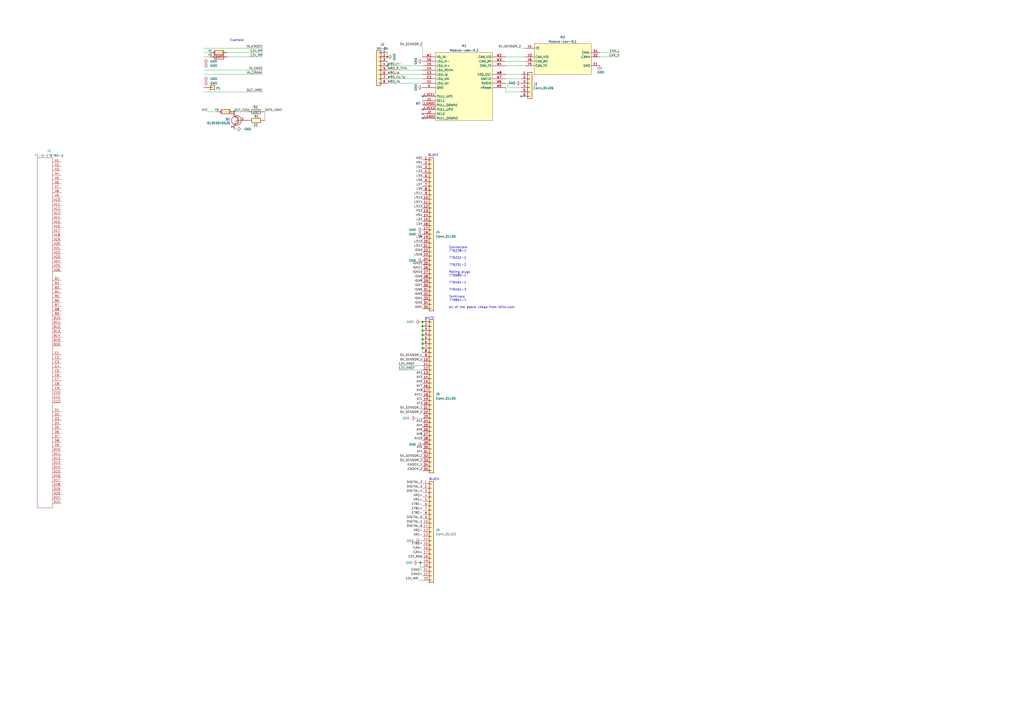
<source format=kicad_sch>
(kicad_sch (version 20230121) (generator eeschema)
  (paper "A2")
  (title_block (title "proteus80vag") (date "2021-09-27") (rev "a") (company "rusEFI"))
  (lib_symbols
    (symbol "Connector_Generic:Conn_01x06" (pin_names (offset 1.016) hide)
      (property "Reference" "J" (at 0 7.62 0))
      (property "Value" "Conn_01x06" (at 0 -10.16 0))
      (symbol "Conn_01x06_1_1"
        (rectangle (start -1.27 -7.493) (end 0 -7.747) (stroke (width 0.1524)))
        (rectangle (start -1.27 -4.953) (end 0 -5.207) (stroke (width 0.1524)))
        (rectangle (start -1.27 -2.413) (end 0 -2.667) (stroke (width 0.1524)))
        (rectangle (start -1.27 0.127) (end 0 -0.127) (stroke (width 0.1524)))
        (rectangle (start -1.27 2.667) (end 0 2.413) (stroke (width 0.1524)))
        (rectangle (start -1.27 5.207) (end 0 4.953) (stroke (width 0.1524)))
        (rectangle (start -1.27 6.35) (end 1.27 -8.89) (stroke (width 0.254)) (fill (type background)))
        (pin passive line (at -5.08 5.08 0) (length 3.81) (name "Pin_1") (number "1"))
        (pin passive line (at -5.08 2.54 0) (length 3.81) (name "Pin_2") (number "2"))
        (pin passive line (at -5.08 0 0) (length 3.81) (name "Pin_3") (number "3"))
        (pin passive line (at -5.08 -2.54 0) (length 3.81) (name "Pin_4") (number "4"))
        (pin passive line (at -5.08 -5.08 0) (length 3.81) (name "Pin_5") (number "5"))
        (pin passive line (at -5.08 -7.62 0) (length 3.81) (name "Pin_6") (number "6"))
      )
    )
    (symbol "Connector_Generic:Conn_01x08" (pin_names (offset 1.016) hide)
      (property "Reference" "J" (at 0 10.16 0))
      (property "Value" "Conn_01x08" (at 0 -12.7 0))
      (symbol "Conn_01x08_1_1"
        (rectangle (start -1.27 -10.033) (end 0 -10.287) (stroke (width 0.1524)))
        (rectangle (start -1.27 -7.493) (end 0 -7.747) (stroke (width 0.1524)))
        (rectangle (start -1.27 -4.953) (end 0 -5.207) (stroke (width 0.1524)))
        (rectangle (start -1.27 -2.413) (end 0 -2.667) (stroke (width 0.1524)))
        (rectangle (start -1.27 0.127) (end 0 -0.127) (stroke (width 0.1524)))
        (rectangle (start -1.27 2.667) (end 0 2.413) (stroke (width 0.1524)))
        (rectangle (start -1.27 5.207) (end 0 4.953) (stroke (width 0.1524)))
        (rectangle (start -1.27 7.747) (end 0 7.493) (stroke (width 0.1524)))
        (rectangle (start -1.27 8.89) (end 1.27 -11.43) (stroke (width 0.254)) (fill (type background)))
        (pin passive line (at -5.08 7.62 0) (length 3.81) (name "Pin_1") (number "1"))
        (pin passive line (at -5.08 5.08 0) (length 3.81) (name "Pin_2") (number "2"))
        (pin passive line (at -5.08 2.54 0) (length 3.81) (name "Pin_3") (number "3"))
        (pin passive line (at -5.08 0 0) (length 3.81) (name "Pin_4") (number "4"))
        (pin passive line (at -5.08 -2.54 0) (length 3.81) (name "Pin_5") (number "5"))
        (pin passive line (at -5.08 -5.08 0) (length 3.81) (name "Pin_6") (number "6"))
        (pin passive line (at -5.08 -7.62 0) (length 3.81) (name "Pin_7") (number "7"))
        (pin passive line (at -5.08 -10.16 0) (length 3.81) (name "Pin_8") (number "8"))
      )
    )
    (symbol "Connector_Generic:Conn_01x23" (pin_names (offset 1.016) hide)
      (property "Reference" "J" (at 0 30.48 0))
      (property "Value" "Conn_01x23" (at 0 -30.48 0))
      (symbol "Conn_01x23_1_1"
        (rectangle (start -1.27 -27.813) (end 0 -28.067) (stroke (width 0.1524)))
        (rectangle (start -1.27 -25.273) (end 0 -25.527) (stroke (width 0.1524)))
        (rectangle (start -1.27 -22.733) (end 0 -22.987) (stroke (width 0.1524)))
        (rectangle (start -1.27 -20.193) (end 0 -20.447) (stroke (width 0.1524)))
        (rectangle (start -1.27 -17.653) (end 0 -17.907) (stroke (width 0.1524)))
        (rectangle (start -1.27 -15.113) (end 0 -15.367) (stroke (width 0.1524)))
        (rectangle (start -1.27 -12.573) (end 0 -12.827) (stroke (width 0.1524)))
        (rectangle (start -1.27 -10.033) (end 0 -10.287) (stroke (width 0.1524)))
        (rectangle (start -1.27 -7.493) (end 0 -7.747) (stroke (width 0.1524)))
        (rectangle (start -1.27 -4.953) (end 0 -5.207) (stroke (width 0.1524)))
        (rectangle (start -1.27 -2.413) (end 0 -2.667) (stroke (width 0.1524)))
        (rectangle (start -1.27 0.127) (end 0 -0.127) (stroke (width 0.1524)))
        (rectangle (start -1.27 2.667) (end 0 2.413) (stroke (width 0.1524)))
        (rectangle (start -1.27 5.207) (end 0 4.953) (stroke (width 0.1524)))
        (rectangle (start -1.27 7.747) (end 0 7.493) (stroke (width 0.1524)))
        (rectangle (start -1.27 10.287) (end 0 10.033) (stroke (width 0.1524)))
        (rectangle (start -1.27 12.827) (end 0 12.573) (stroke (width 0.1524)))
        (rectangle (start -1.27 15.367) (end 0 15.113) (stroke (width 0.1524)))
        (rectangle (start -1.27 17.907) (end 0 17.653) (stroke (width 0.1524)))
        (rectangle (start -1.27 20.447) (end 0 20.193) (stroke (width 0.1524)))
        (rectangle (start -1.27 22.987) (end 0 22.733) (stroke (width 0.1524)))
        (rectangle (start -1.27 25.527) (end 0 25.273) (stroke (width 0.1524)))
        (rectangle (start -1.27 28.067) (end 0 27.813) (stroke (width 0.1524)))
        (rectangle (start -1.27 29.21) (end 1.27 -29.21) (stroke (width 0.254)) (fill (type background)))
        (pin passive line (at -5.08 27.94 0) (length 3.81) (name "Pin_1") (number "1"))
        (pin passive line (at -5.08 5.08 0) (length 3.81) (name "Pin_10") (number "10"))
        (pin passive line (at -5.08 2.54 0) (length 3.81) (name "Pin_11") (number "11"))
        (pin passive line (at -5.08 0 0) (length 3.81) (name "Pin_12") (number "12"))
        (pin passive line (at -5.08 -2.54 0) (length 3.81) (name "Pin_13") (number "13"))
        (pin passive line (at -5.08 -5.08 0) (length 3.81) (name "Pin_14") (number "14"))
        (pin passive line (at -5.08 -7.62 0) (length 3.81) (name "Pin_15") (number "15"))
        (pin passive line (at -5.08 -10.16 0) (length 3.81) (name "Pin_16") (number "16"))
        (pin passive line (at -5.08 -12.7 0) (length 3.81) (name "Pin_17") (number "17"))
        (pin passive line (at -5.08 -15.24 0) (length 3.81) (name "Pin_18") (number "18"))
        (pin passive line (at -5.08 -17.78 0) (length 3.81) (name "Pin_19") (number "19"))
        (pin passive line (at -5.08 25.4 0) (length 3.81) (name "Pin_2") (number "2"))
        (pin passive line (at -5.08 -20.32 0) (length 3.81) (name "Pin_20") (number "20"))
        (pin passive line (at -5.08 -22.86 0) (length 3.81) (name "Pin_21") (number "21"))
        (pin passive line (at -5.08 -25.4 0) (length 3.81) (name "Pin_22") (number "22"))
        (pin passive line (at -5.08 -27.94 0) (length 3.81) (name "Pin_23") (number "23"))
        (pin passive line (at -5.08 22.86 0) (length 3.81) (name "Pin_3") (number "3"))
        (pin passive line (at -5.08 20.32 0) (length 3.81) (name "Pin_4") (number "4"))
        (pin passive line (at -5.08 17.78 0) (length 3.81) (name "Pin_5") (number "5"))
        (pin passive line (at -5.08 15.24 0) (length 3.81) (name "Pin_6") (number "6"))
        (pin passive line (at -5.08 12.7 0) (length 3.81) (name "Pin_7") (number "7"))
        (pin passive line (at -5.08 10.16 0) (length 3.81) (name "Pin_8") (number "8"))
        (pin passive line (at -5.08 7.62 0) (length 3.81) (name "Pin_9") (number "9"))
      )
    )
    (symbol "Connector_Generic:Conn_01x35" (pin_names (offset 1.016) hide)
      (property "Reference" "J" (at 0 45.72 0))
      (property "Value" "Conn_01x35" (at 0 -45.72 0))
      (symbol "Conn_01x35_1_1"
        (rectangle (start -1.27 -43.053) (end 0 -43.307) (stroke (width 0.1524)))
        (rectangle (start -1.27 -40.513) (end 0 -40.767) (stroke (width 0.1524)))
        (rectangle (start -1.27 -37.973) (end 0 -38.227) (stroke (width 0.1524)))
        (rectangle (start -1.27 -35.433) (end 0 -35.687) (stroke (width 0.1524)))
        (rectangle (start -1.27 -32.893) (end 0 -33.147) (stroke (width 0.1524)))
        (rectangle (start -1.27 -30.353) (end 0 -30.607) (stroke (width 0.1524)))
        (rectangle (start -1.27 -27.813) (end 0 -28.067) (stroke (width 0.1524)))
        (rectangle (start -1.27 -25.273) (end 0 -25.527) (stroke (width 0.1524)))
        (rectangle (start -1.27 -22.733) (end 0 -22.987) (stroke (width 0.1524)))
        (rectangle (start -1.27 -20.193) (end 0 -20.447) (stroke (width 0.1524)))
        (rectangle (start -1.27 -17.653) (end 0 -17.907) (stroke (width 0.1524)))
        (rectangle (start -1.27 -15.113) (end 0 -15.367) (stroke (width 0.1524)))
        (rectangle (start -1.27 -12.573) (end 0 -12.827) (stroke (width 0.1524)))
        (rectangle (start -1.27 -10.033) (end 0 -10.287) (stroke (width 0.1524)))
        (rectangle (start -1.27 -7.493) (end 0 -7.747) (stroke (width 0.1524)))
        (rectangle (start -1.27 -4.953) (end 0 -5.207) (stroke (width 0.1524)))
        (rectangle (start -1.27 -2.413) (end 0 -2.667) (stroke (width 0.1524)))
        (rectangle (start -1.27 0.127) (end 0 -0.127) (stroke (width 0.1524)))
        (rectangle (start -1.27 2.667) (end 0 2.413) (stroke (width 0.1524)))
        (rectangle (start -1.27 5.207) (end 0 4.953) (stroke (width 0.1524)))
        (rectangle (start -1.27 7.747) (end 0 7.493) (stroke (width 0.1524)))
        (rectangle (start -1.27 10.287) (end 0 10.033) (stroke (width 0.1524)))
        (rectangle (start -1.27 12.827) (end 0 12.573) (stroke (width 0.1524)))
        (rectangle (start -1.27 15.367) (end 0 15.113) (stroke (width 0.1524)))
        (rectangle (start -1.27 17.907) (end 0 17.653) (stroke (width 0.1524)))
        (rectangle (start -1.27 20.447) (end 0 20.193) (stroke (width 0.1524)))
        (rectangle (start -1.27 22.987) (end 0 22.733) (stroke (width 0.1524)))
        (rectangle (start -1.27 25.527) (end 0 25.273) (stroke (width 0.1524)))
        (rectangle (start -1.27 28.067) (end 0 27.813) (stroke (width 0.1524)))
        (rectangle (start -1.27 30.607) (end 0 30.353) (stroke (width 0.1524)))
        (rectangle (start -1.27 33.147) (end 0 32.893) (stroke (width 0.1524)))
        (rectangle (start -1.27 35.687) (end 0 35.433) (stroke (width 0.1524)))
        (rectangle (start -1.27 38.227) (end 0 37.973) (stroke (width 0.1524)))
        (rectangle (start -1.27 40.767) (end 0 40.513) (stroke (width 0.1524)))
        (rectangle (start -1.27 43.307) (end 0 43.053) (stroke (width 0.1524)))
        (rectangle (start -1.27 44.45) (end 1.27 -44.45) (stroke (width 0.254)) (fill (type background)))
        (pin passive line (at -5.08 43.18 0) (length 3.81) (name "Pin_1") (number "1"))
        (pin passive line (at -5.08 20.32 0) (length 3.81) (name "Pin_10") (number "10"))
        (pin passive line (at -5.08 17.78 0) (length 3.81) (name "Pin_11") (number "11"))
        (pin passive line (at -5.08 15.24 0) (length 3.81) (name "Pin_12") (number "12"))
        (pin passive line (at -5.08 12.7 0) (length 3.81) (name "Pin_13") (number "13"))
        (pin passive line (at -5.08 10.16 0) (length 3.81) (name "Pin_14") (number "14"))
        (pin passive line (at -5.08 7.62 0) (length 3.81) (name "Pin_15") (number "15"))
        (pin passive line (at -5.08 5.08 0) (length 3.81) (name "Pin_16") (number "16"))
        (pin passive line (at -5.08 2.54 0) (length 3.81) (name "Pin_17") (number "17"))
        (pin passive line (at -5.08 0 0) (length 3.81) (name "Pin_18") (number "18"))
        (pin passive line (at -5.08 -2.54 0) (length 3.81) (name "Pin_19") (number "19"))
        (pin passive line (at -5.08 40.64 0) (length 3.81) (name "Pin_2") (number "2"))
        (pin passive line (at -5.08 -5.08 0) (length 3.81) (name "Pin_20") (number "20"))
        (pin passive line (at -5.08 -7.62 0) (length 3.81) (name "Pin_21") (number "21"))
        (pin passive line (at -5.08 -10.16 0) (length 3.81) (name "Pin_22") (number "22"))
        (pin passive line (at -5.08 -12.7 0) (length 3.81) (name "Pin_23") (number "23"))
        (pin passive line (at -5.08 -15.24 0) (length 3.81) (name "Pin_24") (number "24"))
        (pin passive line (at -5.08 -17.78 0) (length 3.81) (name "Pin_25") (number "25"))
        (pin passive line (at -5.08 -20.32 0) (length 3.81) (name "Pin_26") (number "26"))
        (pin passive line (at -5.08 -22.86 0) (length 3.81) (name "Pin_27") (number "27"))
        (pin passive line (at -5.08 -25.4 0) (length 3.81) (name "Pin_28") (number "28"))
        (pin passive line (at -5.08 -27.94 0) (length 3.81) (name "Pin_29") (number "29"))
        (pin passive line (at -5.08 38.1 0) (length 3.81) (name "Pin_3") (number "3"))
        (pin passive line (at -5.08 -30.48 0) (length 3.81) (name "Pin_30") (number "30"))
        (pin passive line (at -5.08 -33.02 0) (length 3.81) (name "Pin_31") (number "31"))
        (pin passive line (at -5.08 -35.56 0) (length 3.81) (name "Pin_32") (number "32"))
        (pin passive line (at -5.08 -38.1 0) (length 3.81) (name "Pin_33") (number "33"))
        (pin passive line (at -5.08 -40.64 0) (length 3.81) (name "Pin_34") (number "34"))
        (pin passive line (at -5.08 -43.18 0) (length 3.81) (name "Pin_35") (number "35"))
        (pin passive line (at -5.08 35.56 0) (length 3.81) (name "Pin_4") (number "4"))
        (pin passive line (at -5.08 33.02 0) (length 3.81) (name "Pin_5") (number "5"))
        (pin passive line (at -5.08 30.48 0) (length 3.81) (name "Pin_6") (number "6"))
        (pin passive line (at -5.08 27.94 0) (length 3.81) (name "Pin_7") (number "7"))
        (pin passive line (at -5.08 25.4 0) (length 3.81) (name "Pin_8") (number "8"))
        (pin passive line (at -5.08 22.86 0) (length 3.81) (name "Pin_9") (number "9"))
      )
    )
    (symbol "Device:Q_NIGBT_GCE" (pin_names (offset 0) hide)
      (property "Reference" "Q" (at 5.08 1.27 0))
      (property "Value" "Q_NIGBT_GCE" (at 5.08 -1.27 0))
      (symbol "Q_NIGBT_GCE_0_1"
        (polyline (pts (xy 0.762 -1.016) (xy 0.762 -2.032)) (stroke (width 0.254)))
        (polyline (pts (xy 0.762 0.508) (xy 0.762 -0.508)) (stroke (width 0.254)))
        (polyline (pts (xy 0.762 2.032) (xy 0.762 1.016)) (stroke (width 0.254)))
        (polyline (pts (xy 2.54 -2.413) (xy 0.762 -1.524)))
        (polyline (pts (xy 2.54 -0.889) (xy 0.762 0)))
        (polyline (pts (xy 2.54 2.413) (xy 0.762 1.524)))
        (polyline (pts (xy 0.254 1.905) (xy 0.254 -1.905) (xy 0.254 -1.905)) (stroke (width 0.254)))
        (polyline (pts (xy 1.397 -2.159) (xy 1.651 -1.651) (xy 2.54 -2.413) (xy 1.397 -2.159)) (fill (type outline)))
        (polyline (pts (xy 2.159 1.905) (xy 1.905 2.413) (xy 1.016 1.651) (xy 2.159 1.905)) (fill (type outline)))
        (circle (center 1.27 0) (radius 2.8194) (stroke (width 0.254)))
      )
      (symbol "Q_NIGBT_GCE_1_1"
        (pin input line (at -5.08 0 0) (length 5.334) (name "G") (number "1"))
        (pin passive line (at 2.54 5.08 270) (length 2.54) (name "C") (number "2"))
        (pin passive line (at 2.54 -5.08 90) (length 2.54) (name "E") (number "3"))
      )
    )
    (symbol "TE-3-178780-6_76P:TE-3-178780-6" (pin_names (offset 1.016))
      (property "Reference" "J?" (at 1.27 3.81 0))
      (property "Value" "TE-3-178780-6" (at 8.89 1.27 0))
      (symbol "TE-3-178780-6_0_1"
        (rectangle (start 8.89 -203.2) (end 0 0) (stroke (width 0.1524)))
      )
      (symbol "TE-3-178780-6_1_1"
        (pin passive line (at 13.97 -2.54 180) (length 5.08) (name "") (number "A1"))
        (pin passive line (at 13.97 -25.4 180) (length 5.08) (name "") (number "A10"))
        (pin passive line (at 13.97 -27.94 180) (length 5.08) (name "") (number "A11"))
        (pin passive line (at 13.97 -30.48 180) (length 5.08) (name "") (number "A12"))
        (pin passive line (at 13.97 -33.02 180) (length 5.08) (name "") (number "A13"))
        (pin passive line (at 13.97 -35.56 180) (length 5.08) (name "") (number "A14"))
        (pin passive line (at 13.97 -38.1 180) (length 5.08) (name "") (number "A15"))
        (pin passive line (at 13.97 -40.64 180) (length 5.08) (name "") (number "A16"))
        (pin passive line (at 13.97 -43.18 180) (length 5.08) (name "") (number "A17"))
        (pin passive line (at 13.97 -45.72 180) (length 5.08) (name "") (number "A18"))
        (pin passive line (at 13.97 -48.26 180) (length 5.08) (name "") (number "A19"))
        (pin passive line (at 13.97 -5.08 180) (length 5.08) (name "") (number "A2"))
        (pin passive line (at 13.97 -50.8 180) (length 5.08) (name "") (number "A20"))
        (pin passive line (at 13.97 -53.34 180) (length 5.08) (name "") (number "A21"))
        (pin passive line (at 13.97 -55.88 180) (length 5.08) (name "") (number "A22"))
        (pin passive line (at 13.97 -58.42 180) (length 5.08) (name "") (number "A23"))
        (pin passive line (at 13.97 -60.96 180) (length 5.08) (name "") (number "A24"))
        (pin passive line (at 13.97 -63.5 180) (length 5.08) (name "") (number "A25"))
        (pin passive line (at 13.97 -66.04 180) (length 5.08) (name "") (number "A26"))
        (pin passive line (at 13.97 -7.62 180) (length 5.08) (name "") (number "A3"))
        (pin passive line (at 13.97 -10.16 180) (length 5.08) (name "") (number "A4"))
        (pin passive line (at 13.97 -12.7 180) (length 5.08) (name "") (number "A5"))
        (pin passive line (at 13.97 -15.24 180) (length 5.08) (name "") (number "A6"))
        (pin passive line (at 13.97 -17.78 180) (length 5.08) (name "") (number "A7"))
        (pin passive line (at 13.97 -20.32 180) (length 5.08) (name "") (number "A8"))
        (pin passive line (at 13.97 -22.86 180) (length 5.08) (name "") (number "A9"))
        (pin passive line (at 13.97 -71.12 180) (length 5.08) (name "") (number "B1"))
        (pin passive line (at 13.97 -93.98 180) (length 5.08) (name "") (number "B10"))
        (pin passive line (at 13.97 -96.52 180) (length 5.08) (name "") (number "B11"))
        (pin passive line (at 13.97 -99.06 180) (length 5.08) (name "") (number "B12"))
        (pin passive line (at 13.97 -101.6 180) (length 5.08) (name "") (number "B13"))
        (pin passive line (at 13.97 -104.14 180) (length 5.08) (name "") (number "B14"))
        (pin passive line (at 13.97 -106.68 180) (length 5.08) (name "") (number "B15"))
        (pin passive line (at 13.97 -109.22 180) (length 5.08) (name "") (number "B16"))
        (pin passive line (at 13.97 -73.66 180) (length 5.08) (name "") (number "B2"))
        (pin passive line (at 13.97 -76.2 180) (length 5.08) (name "") (number "B3"))
        (pin passive line (at 13.97 -78.74 180) (length 5.08) (name "") (number "B4"))
        (pin passive line (at 13.97 -81.28 180) (length 5.08) (name "") (number "B5"))
        (pin passive line (at 13.97 -83.82 180) (length 5.08) (name "") (number "B6"))
        (pin passive line (at 13.97 -86.36 180) (length 5.08) (name "") (number "B7"))
        (pin passive line (at 13.97 -88.9 180) (length 5.08) (name "") (number "B8"))
        (pin passive line (at 13.97 -91.44 180) (length 5.08) (name "") (number "B9"))
        (pin passive line (at 13.97 -114.3 180) (length 5.08) (name "") (number "C1"))
        (pin passive line (at 13.97 -137.16 180) (length 5.08) (name "") (number "C10"))
        (pin passive line (at 13.97 -139.7 180) (length 5.08) (name "") (number "C11"))
        (pin passive line (at 13.97 -142.24 180) (length 5.08) (name "") (number "C12"))
        (pin passive line (at 13.97 -116.84 180) (length 5.08) (name "") (number "C2"))
        (pin passive line (at 13.97 -119.38 180) (length 5.08) (name "") (number "C3"))
        (pin passive line (at 13.97 -121.92 180) (length 5.08) (name "") (number "C4"))
        (pin passive line (at 13.97 -124.46 180) (length 5.08) (name "") (number "C5"))
        (pin passive line (at 13.97 -127 180) (length 5.08) (name "") (number "C6"))
        (pin passive line (at 13.97 -129.54 180) (length 5.08) (name "") (number "C7"))
        (pin passive line (at 13.97 -132.08 180) (length 5.08) (name "") (number "C8"))
        (pin passive line (at 13.97 -134.62 180) (length 5.08) (name "") (number "C9"))
        (pin passive line (at 13.97 -147.32 180) (length 5.08) (name "") (number "D1"))
        (pin passive line (at 13.97 -170.18 180) (length 5.08) (name "") (number "D10"))
        (pin passive line (at 13.97 -172.72 180) (length 5.08) (name "") (number "D11"))
        (pin passive line (at 13.97 -175.26 180) (length 5.08) (name "") (number "D12"))
        (pin passive line (at 13.97 -177.8 180) (length 5.08) (name "") (number "D13"))
        (pin passive line (at 13.97 -180.34 180) (length 5.08) (name "") (number "D14"))
        (pin passive line (at 13.97 -182.88 180) (length 5.08) (name "") (number "D15"))
        (pin passive line (at 13.97 -185.42 180) (length 5.08) (name "") (number "D16"))
        (pin passive line (at 13.97 -187.96 180) (length 5.08) (name "") (number "D17"))
        (pin passive line (at 13.97 -190.5 180) (length 5.08) (name "") (number "D18"))
        (pin passive line (at 13.97 -193.04 180) (length 5.08) (name "") (number "D19"))
        (pin passive line (at 13.97 -149.86 180) (length 5.08) (name "") (number "D2"))
        (pin passive line (at 13.97 -195.58 180) (length 5.08) (name "") (number "D20"))
        (pin passive line (at 13.97 -198.12 180) (length 5.08) (name "") (number "D21"))
        (pin passive line (at 13.97 -200.66 180) (length 5.08) (name "") (number "D22"))
        (pin passive line (at 13.97 -152.4 180) (length 5.08) (name "") (number "D3"))
        (pin passive line (at 13.97 -154.94 180) (length 5.08) (name "") (number "D4"))
        (pin passive line (at 13.97 -157.48 180) (length 5.08) (name "") (number "D5"))
        (pin passive line (at 13.97 -160.02 180) (length 5.08) (name "") (number "D6"))
        (pin passive line (at 13.97 -162.56 180) (length 5.08) (name "") (number "D7"))
        (pin passive line (at 13.97 -165.1 180) (length 5.08) (name "") (number "D8"))
        (pin passive line (at 13.97 -167.64 180) (length 5.08) (name "") (number "D9"))
      )
    )
    (symbol "hellen-one-can-0.1:Module-can-0.1"
      (property "Reference" "M" (at 0 0 0))
      (property "Value" "Module-can-0.1" (at 0 0 0))
      (symbol "Module-can-0.1_1_0"
        (rectangle (start 33.02 0) (end 0 -17.78) (fill (type background)))
        (pin passive line (at 38.1 -12.7 180) (length 5.08) (name "GND") (number "E1"))
        (pin passive line (at 38.1 -5.08 180) (length 5.08) (name "CANL") (number "S1"))
        (pin passive line (at 38.1 -7.62 180) (length 5.08) (name "CANH") (number "S2"))
        (pin passive line (at -5.08 -2.54 0) (length 5.08) (name "V5") (number "V1"))
        (pin passive line (at -5.08 -7.62 0) (length 5.08) (name "CAN_VIO") (number "V2"))
        (pin passive line (at -5.08 -12.7 0) (length 5.08) (name "CAN_TX") (number "V5"))
        (pin passive line (at -5.08 -10.16 0) (length 5.08) (name "CAN_RX") (number "V6"))
      )
    )
    (symbol "hellen-one-common:Fuse-Pad-Pad" (pin_numbers hide) (pin_names (offset 0.762) hide)
      (property "Reference" "F" (at 0 2.54 0))
      (symbol "Fuse-Pad-Pad_0_1"
        (circle (center -2.54 0) (radius 0.762))
        (arc (start -1.27 0) (mid -0.635 -0.4563) (end 0 0) (stroke (width 0.0005)))
        (arc (start 1.27 0) (mid 0.635 0.398) (end 0 0) (stroke (width 0.0005)))
        (circle (center 2.54 0) (radius 0.762))
        (pin passive line (at -5.08 0 0) (length 2.54) (name "1") (number "1"))
        (pin passive line (at 5.08 0 180) (length 2.54) (name "2") (number "2"))
      )
      (symbol "Fuse-Pad-Pad_1_0"
        (rectangle (start -2.54 -1.27) (end 2.54 1.27) (stroke (width 0.254)) (fill (type background)))
      )
    )
    (symbol "hellen-one-common:Pad" (pin_numbers hide) (pin_names (offset 1.016) hide)
      (property "Reference" "P" (at 2.54 0 0))
      (symbol "Pad_1_1"
        (rectangle (start -1.27 0.127) (end 0 -0.127) (stroke (width 0.1524)))
        (rectangle (start -1.27 1.27) (end 1.27 -1.27) (stroke (width 0.254)) (fill (type background)))
        (pin passive line (at -5.08 0 0) (length 3.81) (name "Pin_1") (number "1"))
      )
    )
    (symbol "hellen-one-common:Res" (pin_numbers hide)
      (property "Reference" "R" (at 3.81 2.54 0))
      (property "Value" "Res" (at 5.08 -2.54 0))
      (symbol "Res_1_0"
        (rectangle (start 2.54 -1.27) (end 7.62 1.27) (stroke (width 0.254)) (fill (type background)))
        (pin passive line (at 0 0 0) (length 2.54) (name "") (number "1"))
        (pin passive line (at 10.16 0 180) (length 2.54) (name "") (number "2"))
      )
    )
    (symbol "hellen-one-wbo-0.2:Module-wbo-0.2"
      (property "Reference" "M" (at 1.27 1.27 0))
      (property "Value" "Module-wbo-0.2" (at 8.89 -40.64 0))
      (symbol "Module-wbo-0.2_1_0"
        (rectangle (start 0 0) (end 33.02 -39.37) (fill (type background)))
        (pin passive line (at 40.64 -17.78 180) (length 7.62) (name "LSU_Un") (number "E1"))
        (pin passive line (at 40.64 -15.24 180) (length 7.62) (name "LSU_Vm") (number "E2"))
        (pin passive line (at 40.64 -12.7 180) (length 7.62) (name "LSU_Ip") (number "E3"))
        (pin passive line (at 40.64 -10.16 180) (length 7.62) (name "LSU_Rtrim") (number "E4"))
        (pin passive line (at 40.64 -7.62 180) (length 7.62) (name "LSU_H+") (number "E5"))
        (pin passive line (at 40.64 -5.08 180) (length 7.62) (name "LSU_H-") (number "E6"))
        (pin passive line (at 40.64 -20.32 180) (length 7.62) (name "GND") (number "G"))
        (pin passive line (at 40.64 -27.94 180) (length 7.62) (name "SEL1") (number "J1"))
        (pin passive line (at 40.64 -35.56 180) (length 7.62) (name "SEL2") (number "J2"))
        (pin passive line (at 40.64 -30.48 180) (length 7.62) (name "PULL_DOWN1") (number "J_GND1"))
        (pin passive line (at 40.64 -38.1 180) (length 7.62) (name "PULL_DOWN2") (number "J_GND2"))
        (pin passive line (at 40.64 -25.4 180) (length 7.62) (name "PULL_UP1") (number "J_VCC1"))
        (pin passive line (at 40.64 -33.02 180) (length 7.62) (name "PULL_UP2") (number "J_VCC2"))
        (pin passive line (at 40.64 -2.54 180) (length 7.62) (name "V5_IN") (number "W1"))
        (pin passive line (at -7.62 -2.54 0) (length 7.62) (name "CAN_VIO") (number "W2"))
        (pin passive line (at -7.62 -5.08 0) (length 7.62) (name "CAN_RX") (number "W3"))
        (pin passive line (at -7.62 -7.62 0) (length 7.62) (name "CAN_TX") (number "W4"))
        (pin passive line (at -7.62 -20.32 0) (length 7.62) (name "nReset") (number "W5"))
        (pin passive line (at -7.62 -17.78 0) (length 7.62) (name "SWDIO") (number "W6"))
        (pin passive line (at -7.62 -15.24 0) (length 7.62) (name "SWCLK") (number "W7"))
        (pin passive line (at -7.62 -12.7 0) (length 7.62) (name "V33_OUT") (number "W8"))
      )
    )
    (symbol "power:GND" (power) (pin_names (offset 0))
      (property "Value" "GND" (at 0 -3.81 0))
      (symbol "GND_0_1"
        (polyline (pts (xy 0 0) (xy 0 -1.27) (xy 1.27 -1.27) (xy 0 -2.54) (xy -1.27 -1.27) (xy 0 -1.27)))
      )
      (symbol "GND_1_1"
        (pin power_in line (at 0 0 270) (length 0) hide (name "GND") (number "1"))
      )
    )
  )
  (junction (at 224.79 33.02) (diameter 1.016))
  (junction (at 245.11 194.31) (diameter 1.016))
  (junction (at 245.11 191.77) (diameter 1.016))
  (junction (at 135.89 64.77))
  (junction (at 245.11 196.85) (diameter 1.016))
  (junction (at 243.84 326.39) (diameter 1.016))
  (junction (at 245.11 201.93) (diameter 1.016))
  (junction (at 245.11 199.39) (diameter 1.016))
  (junction (at 245.11 186.69) (diameter 1.016))
  (junction (at 224.79 38.1) (diameter 1.016))
  (junction (at 245.11 189.23) (diameter 1.016))
  (no_connect (at 245.11 66.04))
  (no_connect (at 245.11 68.58))
  (no_connect (at 245.11 55.88))
  (no_connect (at 245.11 63.5))
  (no_connect (at 302.26 55.88))
  (wire (pts (xy 245.11 196.85) (xy 245.11 199.39)))
  (wire (pts (xy 293.37 43.18) (xy 302.26 43.18)))
  (wire (pts (xy 347.98 30.48) (xy 359.41 30.48)))
  (wire (pts (xy 243.84 186.69) (xy 245.11 186.69)))
  (wire (pts (xy 293.37 35.56) (xy 304.8 35.56)))
  (wire (pts (xy 231.14 214.63) (xy 245.11 214.63)))
  (wire (pts (xy 137.16 74.93) (xy 135.89 74.93)))
  (wire (pts (xy 243.84 313.69) (xy 245.11 313.69)))
  (wire (pts (xy 224.79 38.1) (xy 245.11 38.1)))
  (wire (pts (xy 245.11 186.69) (xy 245.11 189.23)))
  (wire (pts (xy 293.37 33.02) (xy 304.8 33.02)))
  (wire (pts (xy 293.37 48.26) (xy 294.64 48.26)))
  (wire (pts (xy 245.11 189.23) (xy 245.11 191.77)))
  (wire (pts (xy 135.89 64.77) (xy 143.51 64.77)))
  (wire (pts (xy 224.79 35.56) (xy 224.79 38.1)))
  (wire (pts (xy 294.64 48.26) (xy 294.64 50.8)))
  (wire (pts (xy 224.79 43.18) (xy 245.11 43.18)))
  (wire (pts (xy 243.84 328.93) (xy 245.11 328.93)))
  (wire (pts (xy 224.79 30.48) (xy 224.79 33.02)))
  (wire (pts (xy 293.37 53.34) (xy 302.26 53.34)))
  (wire (pts (xy 153.67 64.77) (xy 153.67 69.85)))
  (wire (pts (xy 245.11 26.67) (xy 245.11 33.02)))
  (wire (pts (xy 245.11 58.42) (xy 245.11 60.96)))
  (wire (pts (xy 242.57 336.55) (xy 245.11 336.55)))
  (wire (pts (xy 302.26 27.94) (xy 304.8 27.94)))
  (wire (pts (xy 347.98 33.02) (xy 359.41 33.02)))
  (wire (pts (xy 241.3 242.57) (xy 245.11 242.57)))
  (wire (pts (xy 242.57 326.39) (xy 243.84 326.39)))
  (wire (pts (xy 121.92 30.48) (xy 118.11 30.48)))
  (wire (pts (xy 224.79 48.26) (xy 245.11 48.26)))
  (wire (pts (xy 231.14 212.09) (xy 245.11 212.09)))
  (wire (pts (xy 118.11 43.18) (xy 152.4 43.18)))
  (wire (pts (xy 245.11 326.39) (xy 243.84 326.39)))
  (wire (pts (xy 152.4 40.64) (xy 118.11 40.64)))
  (wire (pts (xy 293.37 50.8) (xy 293.37 53.34)))
  (wire (pts (xy 243.84 326.39) (xy 243.84 328.93)))
  (wire (pts (xy 121.92 33.02) (xy 118.11 33.02)))
  (wire (pts (xy 245.11 199.39) (xy 245.11 201.93)))
  (wire (pts (xy 245.11 201.93) (xy 245.11 204.47)))
  (wire (pts (xy 293.37 38.1) (xy 304.8 38.1)))
  (wire (pts (xy 118.11 53.34) (xy 152.4 53.34)))
  (wire (pts (xy 152.4 33.02) (xy 132.08 33.02)))
  (wire (pts (xy 245.11 194.31) (xy 245.11 196.85)))
  (wire (pts (xy 152.4 30.48) (xy 132.08 30.48)))
  (wire (pts (xy 293.37 45.72) (xy 302.26 45.72)))
  (wire (pts (xy 120.65 64.77) (xy 125.73 64.77)))
  (wire (pts (xy 294.64 50.8) (xy 302.26 50.8)))
  (wire (pts (xy 224.79 45.72) (xy 245.11 45.72)))
  (wire (pts (xy 118.11 27.94) (xy 152.4 27.94)))
  (wire (pts (xy 245.11 191.77) (xy 245.11 194.31)))
  (wire (pts (xy 224.79 40.64) (xy 245.11 40.64)))
  (text "Connectors\n776228-1\n\n776231-1\n\n776231-2\n\nMating plugs\n770680-1\n\n776164-1\n\n776164-2\n\nTerminals\n770854-1\n\nall of the above cheap from ttiinc.com" (at 260.35 179.07 0) (effects (font (size 1.27 1.27)) (justify left bottom)))
  (text "BLACK" (at 248.92 278.765 0) (effects (font (size 1.27 1.27)) (justify left bottom)))
  (text "BLACK" (at 248.285 90.805 0) (effects (font (size 1.27 1.27)) (justify left bottom)))
  (text "WHITE" (at 246.38 185.42 0) (effects (font (size 1.27 1.27)) (justify left bottom)))
  (text "Example" (at 133.35 24.13 0) (effects (font (size 1.27 1.27)) (justify left bottom)))
  (text "#0" (at 243.84 60.96 0) (effects (font (size 1.27 1.27)) (justify right bottom)))
  (label "ETB1-" (at 245.11 293.37 180))
  (label "IGN8" (at 245.11 163.83 180))
  (label "IGN2" (at 245.11 176.53 180))
  (label "IN_CAM2" (at 152.4 40.64 180))
  (label "WBO_Vs{slash}Ip" (at 224.79 45.72 0))
  (label "LS9" (at 245.11 110.49 180))
  (label "CAN+" (at 245.11 321.31 180))
  (label "IGN3" (at 245.11 146.05 180))
  (label "IGN12" (at 245.11 153.67 180))
  (label "5V_SENSOR_1" (at 245.11 237.49 180))
  (label "IGN4" (at 245.11 173.99 180))
  (label "LS11" (at 245.11 113.03 180))
  (label "ETB2+" (at 245.11 316.23 180))
  (label "KNOCK_1" (at 245.11 270.51 180))
  (label "AV6" (at 245.11 250.19 180))
  (label "DIGITAL_4" (at 245.11 285.75 180))
  (label "LS1" (at 245.11 97.79 180))
  (label "LS6" (at 245.11 105.41 180))
  (label "LS14" (at 245.11 118.11 180))
  (label "IN_CRANK" (at 152.4 43.18 180))
  (label "KNOCK_2" (at 245.11 273.05 180))
  (label "AT2" (at 245.11 260.35 180))
  (label "AV9" (at 245.11 227.33 180))
  (label "AV11" (at 245.11 229.87 180))
  (label "LS5" (at 245.11 102.87 180))
  (label "LS12" (at 245.11 143.51 180))
  (label "ETB1+" (at 245.11 295.91 180))
  (label "VR1+" (at 245.11 290.83 180))
  (label "LS15" (at 245.11 120.65 180))
  (label "CAN2+" (at 245.11 334.01 180))
  (label "AV1" (at 245.11 217.17 180))
  (label "LS13" (at 245.11 115.57 180))
  (label "DIGITAL_1" (at 245.11 303.53 180))
  (label "5V_SENSOR_1" (at 245.11 207.01 180))
  (label "LS4" (at 245.11 130.81 180))
  (label "CAN-" (at 245.11 318.77 180))
  (label "HS4" (at 245.11 125.73 180))
  (label "12V_PROT" (at 231.14 214.63 0))
  (label "OUT_IMRC" (at 152.4 53.34 180))
  (label "12V_MR" (at 242.57 336.55 180))
  (label "IGN7" (at 245.11 166.37 180))
  (label "HV1" (at 120.65 64.77 180))
  (label "AV10" (at 245.11 255.27 180))
  (label "AT3" (at 245.11 234.95 180))
  (label "HS3" (at 245.11 123.19 180))
  (label "AV4" (at 245.11 247.65 180))
  (label "IGN9" (at 245.11 161.29 180))
  (label "AV7" (at 245.11 224.79 180))
  (label "ETB2-" (at 245.11 298.45 180))
  (label "IGN5" (at 245.11 171.45 180))
  (label "CAN_L" (at 359.41 30.48 180))
  (label "12V_PROT" (at 231.14 212.09 0))
  (label "AV2" (at 245.11 245.11 180))
  (label "5V_SENSOR_2" (at 245.11 26.67 180))
  (label "VR1-" (at 245.11 311.15 180))
  (label "IGN6" (at 245.11 168.91 180))
  (label "5V_SENSOR_2" (at 245.11 240.03 180))
  (label "VR2+" (at 245.11 288.29 180))
  (label "AV5" (at 245.11 222.25 180))
  (label "HS2" (at 245.11 92.71 180))
  (label "OUT_IGN1" (at 135.89 64.77 0))
  (label "AV8" (at 245.11 252.73 180))
  (label "AV3" (at 245.11 219.71 180))
  (label "IGN11" (at 245.11 156.21 180))
  (label "IGN10" (at 245.11 158.75 180))
  (label "WBO_H-" (at 224.79 38.1 0))
  (label "IN_KNOCK" (at 152.4 27.94 180))
  (label "DIGITAL_5" (at 245.11 300.99 180))
  (label "WBO_Vs" (at 224.79 48.26 0))
  (label "12V_MR" (at 152.4 33.02 180))
  (label "GATE_IGN1" (at 153.67 64.77 0))
  (label "CAN2-" (at 245.11 331.47 180))
  (label "WBO_R_Trim" (at 224.79 40.64 0))
  (label "5V_SENSOR_2" (at 302.26 27.94 180))
  (label "DIGITAL_2" (at 245.11 280.67 180))
  (label "12V_RAW" (at 245.11 323.85 180))
  (label "LS2" (at 245.11 128.27 180))
  (label "IGN1" (at 245.11 179.07 180))
  (label "LS3" (at 245.11 100.33 180))
  (label "AT4" (at 245.11 262.89 180))
  (label "AT1" (at 245.11 232.41 180))
  (label "DIGITAL_6" (at 245.11 306.07 180))
  (label "12V_MR" (at 152.4 30.48 180))
  (label "LS16" (at 245.11 148.59 180))
  (label "LS7" (at 245.11 107.95 180))
  (label "DIGITAL_3" (at 245.11 283.21 180))
  (label "WBO_Ip" (at 224.79 43.18 0))
  (label "CAN_H" (at 359.41 33.02 180))
  (label "5V_SENSOR_1" (at 245.11 265.43 180))
  (label "LS8" (at 245.11 138.43 180))
  (label "LS10" (at 245.11 140.97 180))
  (label "5V_SENSOR_2" (at 245.11 209.55 180))
  (label "HS1" (at 245.11 95.25 180))
  (label "VR2-" (at 245.11 308.61 180))
  (label "5V_SENSOR_2" (at 245.11 267.97 180))
  (symbol (lib_id "power:GND") (at 224.79 33.02 90) (mirror x) (unit 1)
    (property "Reference" "#PWR08" (effects hide))
    (property "Value" "GND" (at 228.7334 33.0708 0))
  )
  (symbol (lib_id "Connector_Generic:Conn_01x08") (at 219.71 38.1 0) (mirror y) (unit 1)
    (property "Reference" "J2" (at 221.742 25.7768 0))
    (property "Value" "XH-8A" (at 221.742 28.0755 0))
    (property "Footprint" "hellen-one-common:XH-8A" (effects hide))
    (property "LCSC" "C10385" (effects hide))
  )
  (symbol (lib_id "power:GND") (at 245.11 133.35 270) (unit 1)
    (property "Reference" "#PWR017" (effects hide))
    (property "Value" "GND" (at 241.3 133.35 90) (effects (justify right)))
  )
  (symbol (lib_id "Connector_Generic:Conn_01x35") (at 250.19 229.87 0) (unit 1)
    (property "Reference" "J5" (at 252.73 228.6 0) (effects (justify left)))
    (property "Value" "Conn_01x35" (at 252.73 231.14 0) (effects (justify left)))
    (property "Footprint" "lib:ampseal-35-2" (effects hide))
    (property "PN" "776231-2" (effects hide))
    (property "LCSC" "N/A" (effects hide))
  )
  (symbol (lib_id "power:GND") (at 118.11 45.72 90) (unit 1)
    (property "Reference" "#PWR03" (effects hide))
    (property "Value" "GND" (at 121.92 45.72 90) (effects (justify right)))
  )
  (symbol (lib_id "hellen-one-wbo-0.2:Module-wbo-0.2") (at 285.75 30.48 0) (mirror y) (unit 1)
    (property "Reference" "M1" (at 269.24 26.67 0))
    (property "Value" "Module-wbo-0.2" (at 269.24 29.21 0))
    (property "Footprint" "hellen-one-wbo-0.2:wbo" (effects hide))
  )
  (symbol (lib_id "hellen-one-common:Fuse-Pad-Pad") (at 130.81 64.77 0) (unit 1)
    (property "Reference" "F3" (at 125.73 63.6848 0) (effects (font (size 1.016 1.016))))
    (property "Value" "10A" (effects hide))
    (property "Footprint" "hellen-one-common:36911600000" (effects hide))
    (property "LCSC" "C354908" (effects hide))
  )
  (symbol (lib_id "TE-3-178780-6_76P:TE-3-178780-6") (at 21.59 91.44 0) (unit 1)
    (property "Reference" "J1" (at 28.5369 87.5242 0))
    (property "Value" "TE-3-178780-6" (at 28.5369 90.2993 0))
    (property "Footprint" "lib:TE-3-178780-6" (effects hide))
    (property "Datasheet" "https://www.te.com/usa-en/product-3-178780-6.html" (effects hide))
  )
  (symbol (lib_id "power:GND") (at 245.11 257.81 270) (unit 1)
    (property "Reference" "#PWR020" (effects hide))
    (property "Value" "GND" (at 241.3 257.81 90) (effects (justify right)))
  )
  (symbol (lib_id "Connector_Generic:Conn_01x06") (at 307.34 48.26 0) (unit 1)
    (property "Reference" "J3" (at 309.3721 48.7691 0) (effects (justify left)))
    (property "Value" "Conn_01x06" (at 309.3721 51.0678 0) (effects (justify left)))
    (property "Footprint" "Connector_PinHeader_2.54mm:PinHeader_1x06_P2.54mm_Vertical" (effects hide))
  )
  (symbol (lib_id "power:GND") (at 245.11 151.13 270) (unit 1)
    (property "Reference" "#PWR019" (effects hide))
    (property "Value" "GND" (at 241.3 151.13 90) (effects (justify right)))
  )
  (symbol (lib_id "power:GND") (at 347.98 38.1 0) (unit 1)
    (property "Reference" "#PWR012" (effects hide))
    (property "Value" "GND" (at 350.52 41.91 0) (effects (justify right)))
  )
  (symbol (lib_id "hellen-one-common:Pad") (at 123.19 50.8 0) (unit 1)
    (property "Reference" "P1" (at 125.2221 51.279 0) (effects (justify left)))
    (property "Value" "Pad" (effects hide))
    (property "Footprint" "hellen-one-common:PAD-TH" (effects hide))
  )
  (symbol (lib_id "Connector_Generic:Conn_01x35") (at 250.19 135.89 0) (unit 1)
    (property "Reference" "J4" (at 252.73 134.62 0) (effects (justify left)))
    (property "Value" "Conn_01x35" (at 252.73 137.16 0) (effects (justify left)))
    (property "Footprint" "lib:ampseal-35" (effects hide))
    (property "PN" "776231-1" (effects hide))
    (property "LCSC" "N/A" (effects hide))
  )
  (symbol (lib_id "power:GND") (at 241.3 242.57 270) (unit 1)
    (property "Reference" "#PWR013" (effects hide))
    (property "Value" "GND" (at 237.49 242.57 90) (effects (justify right)))
  )
  (symbol (lib_id "power:GND") (at 245.11 50.8 270) (mirror x) (unit 1)
    (property "Reference" "#PWR010" (effects hide))
    (property "Value" "GND" (at 241.1666 50.7492 0))
  )
  (symbol (lib_id "power:GND") (at 243.84 186.69 270) (unit 1)
    (property "Reference" "#PWR015" (effects hide))
    (property "Value" "GND" (at 240.03 186.69 90) (effects (justify right)))
  )
  (symbol (lib_id "Device:Q_NIGBT_GCE") (at 138.43 69.85 0) (mirror y) (unit 1)
    (property "Reference" "Q1" (at 133.5785 69.0891 0) (effects (justify left)))
    (property "Value" "ISL9V3040S3S" (at 133.5785 71.3878 0) (effects (justify left)))
    (property "Footprint" "Package_TO_SOT_SMD:TO-263-2" (effects hide))
    (property "LCSC" "C898702" (effects hide))
  )
  (symbol (lib_id "power:GND") (at 302.26 48.26 270) (mirror x) (unit 1)
    (property "Reference" "#PWR011" (effects hide))
    (property "Value" "GND" (at 297.0466 48.2092 90))
  )
  (symbol (lib_id "hellen-one-common:Res") (at 143.51 69.85 0) (mirror x) (unit 1)
    (property "Reference" "R1" (at 148.832 67.5018 0))
    (property "Value" "22" (at 148.2761 72.5256 0))
    (property "Footprint" "hellen-one-common:R0603" (effects hide))
    (property "LCSC" "C23345" (effects hide))
  )
  (symbol (lib_id "power:GND") (at 245.11 135.89 270) (unit 1)
    (property "Reference" "#PWR018" (effects hide))
    (property "Value" "GND" (at 241.3 135.89 90) (effects (justify right)))
  )
  (symbol (lib_id "power:GND") (at 118.11 48.26 90) (unit 1)
    (property "Reference" "#PWR04" (effects hide))
    (property "Value" "GND" (at 121.92 48.26 90) (effects (justify right)))
  )
  (symbol (lib_id "power:GND") (at 118.11 35.56 90) (unit 1)
    (property "Reference" "#PWR01" (effects hide))
    (property "Value" "GND" (at 121.92 35.56 90) (effects (justify right)))
  )
  (symbol (lib_id "power:GND") (at 243.84 313.69 270) (unit 1)
    (property "Reference" "#PWR016" (effects hide))
    (property "Value" "GND" (at 240.03 313.69 90) (effects (justify right)))
  )
  (symbol (lib_id "power:GND") (at 242.57 326.39 270) (unit 1)
    (property "Reference" "#PWR014" (effects hide))
    (property "Value" "GND" (at 239.395 326.39 90) (effects (justify right)))
  )
  (symbol (lib_id "hellen-one-can-0.1:Module-can-0.1") (at 309.88 25.4 0) (unit 1)
    (property "Reference" "M2" (at 326.39 21.59 0))
    (property "Value" "Module-can-0.1" (at 326.39 24.13 0))
    (property "Footprint" "hellen-one-can-0.1:can" (effects hide))
  )
  (symbol (lib_id "power:GND") (at 137.16 74.93 90) (unit 1)
    (property "Reference" "#PWR05" (effects hide))
    (property "Value" "GND" (at 143.6434 74.8792 90))
  )
  (symbol (lib_id "Connector_Generic:Conn_01x23") (at 250.19 308.61 0) (unit 1)
    (property "Reference" "J6" (at 252.73 307.34 0) (effects (justify left)))
    (property "Value" "Conn_01x23" (at 252.73 309.88 0) (effects (justify left)))
    (property "Footprint" "lib:ampseal-23" (effects hide))
    (property "PN" "776228-1" (effects hide))
    (property "LCSC" "N/A" (effects hide))
  )
  (symbol (lib_id "hellen-one-common:Fuse-Pad-Pad") (at 127 33.02 0) (unit 1)
    (property "Reference" "F2" (at 121.92 31.8889 0) (effects (font (size 1.016 1.016))))
    (property "Value" "Fuse-Pad-Pad" (effects hide))
    (property "Footprint" "hellen-one-common:PAD-1206-PAD" (effects hide))
    (property "MyComment" "DNP" (at 127 33.02 0))
  )
  (symbol (lib_id "power:GND") (at 118.11 38.1 90) (unit 1)
    (property "Reference" "#PWR02" (effects hide))
    (property "Value" "GND" (at 121.92 38.1 90) (effects (justify right)))
  )
  (symbol (lib_id "hellen-one-common:Res") (at 153.67 64.77 0) (mirror y) (unit 1)
    (property "Reference" "R2" (at 148.2696 62.1253 0))
    (property "Value" "DNP" (at 148.6165 64.9327 0))
    (property "Footprint" "Resistor_SMD:R_2512_6332Metric" (effects hide))
  )
  (symbol (lib_id "hellen-one-common:Fuse-Pad-Pad") (at 127 30.48 0) (unit 1)
    (property "Reference" "F1" (at 121.92 29.3489 0) (effects (font (size 1.016 1.016))))
    (property "Value" "Fuse-Pad-Pad" (effects hide))
    (property "Footprint" "hellen-one-common:PAD-1206-PAD" (effects hide))
    (property "LCSC" "C182446" (effects hide))
  )
  (symbol (lib_id "power:GND") (at 245.11 35.56 270) (mirror x) (unit 1)
    (property "Reference" "#PWR09" (effects hide))
    (property "Value" "GND" (at 241.1666 35.5092 0))
  )
)
</source>
